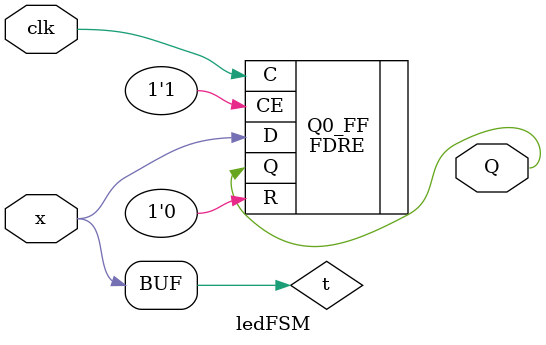
<source format=v>
`timescale 1ns / 1ps

module ledFSM(
input clk,
input x,
output Q
    );

wire t;
assign t= x;
FDRE #(.INIT(1'b0)) Q0_FF (.C(clk), .R(1'b0), .CE(1'b1), .D(t), .Q(Q));

endmodule

</source>
